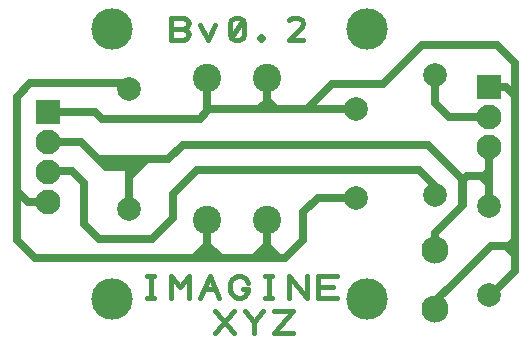
<source format=gbr>
G04 EasyPC Gerber Version 20.0.2 Build 4112 *
%FSLAX35Y35*%
%MOIN*%
%ADD71R,0.08268X0.08268*%
%ADD115C,0.01500*%
%ADD113C,0.01654*%
%ADD114C,0.02756*%
%ADD19C,0.07874*%
%ADD20C,0.08268*%
%ADD112C,0.09055*%
%ADD25C,0.09449*%
%ADD17C,0.13780*%
X0Y0D02*
D02*
D17*
X36845Y19796D03*
Y109796D03*
X121845Y19796D03*
Y109796D03*
D02*
D19*
X42750Y49565D03*
Y89565D03*
X118250Y53481D03*
Y83009D03*
X144750Y54245D03*
Y94245D03*
X162750Y21056D03*
Y50584D03*
D02*
D71*
X15750Y82043D03*
X162750Y90500D03*
D02*
D20*
X15750Y52043D03*
Y62043D03*
Y72043D03*
X162750Y70500D03*
Y80500D03*
D02*
D25*
X68814Y46017D03*
Y93261D03*
X88499Y46017D03*
Y93261D03*
D02*
D112*
X144750Y16402D03*
Y36087D03*
D02*
D113*
X60822Y109749D02*
X62053Y109133D01*
X62668Y107903*
X62053Y106673*
X60822Y106058*
X56516*
Y113440*
X60822*
X62053Y112824*
X62668Y111594*
X62053Y110364*
X60822Y109749*
X56516*
X66359Y110979D02*
X68819Y106058D01*
X71280Y110979*
X76817Y106673D02*
X78047Y106058D01*
X79277*
X80507Y106673*
X81122Y107903*
Y111594*
X80507Y112824*
X79277Y113440*
X78047*
X76817Y112824*
X76201Y111594*
Y107903*
X76817Y106673*
X80507Y112824*
X86659Y106058D02*
X87274Y106673D01*
X86659Y107288*
X86044Y106673*
X86659Y106058*
X100807D02*
X95886D01*
X100193Y110364*
X100807Y111594*
X100193Y112824*
X98962Y113440*
X97117*
X95886Y112824*
X48590Y20069D02*
X51051D01*
X49820D02*
Y27450D01*
X48590D02*
X51051D01*
X56587Y20069D02*
Y27450D01*
X59663Y23759*
X62739Y27450*
Y20069*
X66430D02*
X69506Y27450D01*
X72581Y20069*
X67660Y23144D02*
X71351D01*
X80578D02*
X82424D01*
Y22529*
X81809Y21299*
X81193Y20683*
X79963Y20069*
X78733*
X77502Y20683*
X76887Y21299*
X76272Y22529*
Y24990*
X76887Y26220*
X77502Y26835*
X78733Y27450*
X79963*
X81193Y26835*
X81809Y26220*
X82424Y24990*
X87960Y20069D02*
X90421D01*
X89191D02*
Y27450D01*
X87960D02*
X90421D01*
X95957Y20069D02*
Y27450D01*
X102109Y20069*
Y27450*
X105800Y20069D02*
Y27450D01*
X111951*
X110721Y23759D02*
X105800D01*
Y20069D02*
X111951D01*
X71351Y8257D02*
X77502Y15639D01*
X71351D02*
X77502Y8257D01*
X84269D02*
Y11948D01*
X81193Y15639*
X84269Y11948D02*
X87345Y15639D01*
X91036D02*
X97187D01*
X91036Y8257*
X97187*
D02*
D114*
X5250Y55745D02*
Y87107D01*
X9750Y91607*
X40750*
X42750Y89607*
Y89565*
X15750Y52043D02*
X8952D01*
X5250Y55745*
X15750Y72043D02*
X26583D01*
X32382Y66245*
X15750Y82043D02*
X31452D01*
X33750Y79745*
X66250*
X68750Y82245*
X32382Y66245D02*
X47750D01*
X32382D02*
X34882Y63745D01*
X43307*
X42750Y60281D02*
Y49565D01*
X43307Y63745D02*
X45237D01*
Y66272*
X48424*
X43307Y63745D02*
Y62029D01*
X42750*
Y60281*
X47750Y66245D02*
X55787D01*
X60682Y71139*
X142250*
X153750Y59639*
Y51186*
X154000Y50936*
X48424Y66272D02*
X48397Y66245D01*
X47750*
X64250Y33245D02*
X11250D01*
X5250Y39245*
Y55745*
X68250Y37245D02*
X64250Y33245D01*
X68750Y82245D02*
Y93197D01*
X68814Y93261*
Y33245D02*
X64250D01*
X68814D02*
X73186D01*
X68814Y37245D02*
Y33245D01*
Y46017D02*
Y37245D01*
X69250Y37181D02*
X73186Y33245D01*
X84250*
X88499*
X84991Y83009D02*
X69514D01*
X68750Y82245*
X87750Y36745D02*
X84250Y33245D01*
X88499Y36745D02*
Y33245D01*
Y46017D02*
Y36745D01*
Y83009D02*
X84991D01*
X88499Y86865D02*
Y86740D01*
Y86865D02*
Y83009D01*
Y93261D02*
Y86865D01*
X89250Y36745D02*
X92750Y33245D01*
X92230Y83009D02*
X88499D01*
X92750Y33245D02*
X88499D01*
X98750Y83009D02*
X101901D01*
X110250Y91357*
X127424*
X140312Y104245*
X165250*
X171250Y98245*
Y71245*
X98750Y83009D02*
X92230D01*
X118250Y53481D02*
X105486D01*
X100750Y48745*
Y39245*
X94750Y33245*
X92750*
X118250Y83009D02*
X98750D01*
X144750Y16402D02*
Y18972D01*
X151250Y25472*
X151402*
X163175Y37245*
X168734*
X144750Y36087D02*
Y41686D01*
X154000Y50936*
X144750Y54245D02*
Y57245D01*
X139250Y62745*
X65250*
X57250Y54745*
Y46745*
X50250Y39745*
X32750*
X27750Y44745*
Y58245*
X23750Y62245*
X15952*
X15750Y62043*
X154000Y50936D02*
Y59406D01*
X155250Y60656*
X159374*
X162750*
Y21056D02*
Y22716D01*
X165010*
X171250Y28956*
Y33804*
X162750Y57286D02*
Y50584D01*
Y60656D02*
Y57286D01*
Y63402D02*
Y60656D01*
Y70500D02*
Y63402D01*
Y80500D02*
X149265D01*
X144647Y85117*
Y94142*
X144750Y94245*
X168734Y37245D02*
X171250D01*
Y33804D02*
Y37245D01*
Y40313*
Y71245*
Y87500*
X168250Y90500*
X162750*
D02*
D115*
X48424Y66272D02*
Y65808D01*
X42898Y60281*
X42750*
X68814Y37245D02*
X69250D01*
Y37181*
X68814Y37245D02*
X68250D01*
X88499Y36745D02*
X89250D01*
X88499D02*
X87750D01*
X88499Y86740D02*
X92230Y83009D01*
X88499Y86865D02*
Y86516D01*
X84991Y83009*
X159374Y60656D02*
X159380D01*
X162750Y57286*
X159374Y60656D02*
X160004D01*
X162750Y63402*
X168734Y37245D02*
Y36319D01*
X171250Y33804*
X168734Y37245D02*
Y37797D01*
X171250Y40313*
X0Y0D02*
M02*

</source>
